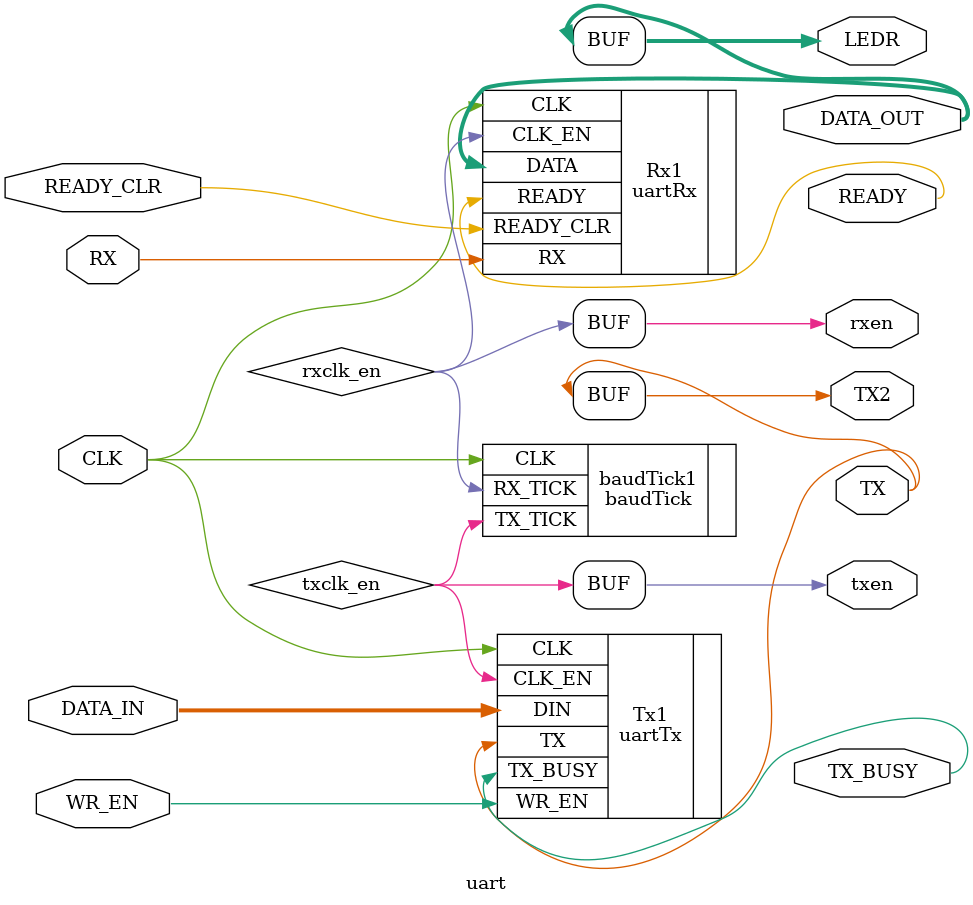
<source format=v>
module uart(DATA_IN, WR_EN, CLK, TX, TX_BUSY, RX, READY, READY_CLR, DATA_OUT, LEDR, TX2, rxen, txen);
	input  wire [7:0] DATA_IN;
	input  wire WR_EN;
	input  wire CLK;
	output wire TX;
	output wire TX_BUSY;
	input  wire RX;
	output wire READY;
	input  wire READY_CLR;
	output wire [7:0] DATA_OUT;
	output wire [7:0] LEDR;
	output wire TX2;
	output wire rxen;
	output wire txen;
	
	assign LEDR = DATA_OUT;
	assign TX2  = TX;
	wire txclk_en, rxclk_en;
	assign rxen = rxclk_en;
	assign txen = txclk_en;
	
	baudTick baudTick1(
		.CLK(CLK),
		.RX_TICK(rxclk_en),
		.TX_TICK(txclk_en)
	);
	
	uartTx Tx1(
		.DIN(DATA_IN), 
		.WR_EN(WR_EN), 
		.CLK(CLK), 
		.CLK_EN(txclk_en), 
		.TX(TX), 
		.TX_BUSY(TX_BUSY)
	);
	
	uartRx Rx1(
		.RX(RX), 
		.READY(READY), 
		.READY_CLR(READY_CLR), 
		.CLK(CLK), 
		.CLK_EN(rxclk_en), 
		.DATA(DATA_OUT)
	);	
endmodule 
</source>
